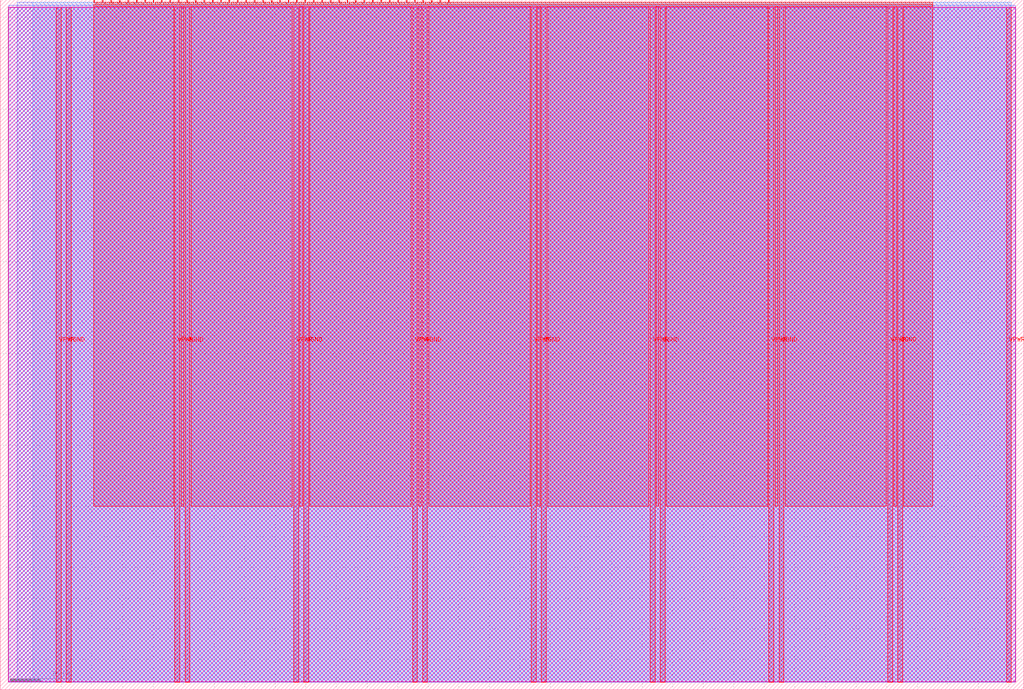
<source format=lef>
VERSION 5.7 ;
  NOWIREEXTENSIONATPIN ON ;
  DIVIDERCHAR "/" ;
  BUSBITCHARS "[]" ;
MACRO tt_um_sky130_as_sc_hs
  CLASS BLOCK ;
  FOREIGN tt_um_sky130_as_sc_hs ;
  ORIGIN 0.000 0.000 ;
  SIZE 334.880 BY 225.760 ;
  PIN VGND
    DIRECTION INOUT ;
    USE GROUND ;
    PORT
      LAYER met4 ;
        RECT 21.580 2.480 23.180 223.280 ;
    END
    PORT
      LAYER met4 ;
        RECT 60.450 2.480 62.050 223.280 ;
    END
    PORT
      LAYER met4 ;
        RECT 99.320 2.480 100.920 223.280 ;
    END
    PORT
      LAYER met4 ;
        RECT 138.190 2.480 139.790 223.280 ;
    END
    PORT
      LAYER met4 ;
        RECT 177.060 2.480 178.660 223.280 ;
    END
    PORT
      LAYER met4 ;
        RECT 215.930 2.480 217.530 223.280 ;
    END
    PORT
      LAYER met4 ;
        RECT 254.800 2.480 256.400 223.280 ;
    END
    PORT
      LAYER met4 ;
        RECT 293.670 2.480 295.270 223.280 ;
    END
  END VGND
  PIN VPWR
    DIRECTION INOUT ;
    USE POWER ;
    PORT
      LAYER met4 ;
        RECT 18.280 2.480 19.880 223.280 ;
    END
    PORT
      LAYER met4 ;
        RECT 57.150 2.480 58.750 223.280 ;
    END
    PORT
      LAYER met4 ;
        RECT 96.020 2.480 97.620 223.280 ;
    END
    PORT
      LAYER met4 ;
        RECT 134.890 2.480 136.490 223.280 ;
    END
    PORT
      LAYER met4 ;
        RECT 173.760 2.480 175.360 223.280 ;
    END
    PORT
      LAYER met4 ;
        RECT 212.630 2.480 214.230 223.280 ;
    END
    PORT
      LAYER met4 ;
        RECT 251.500 2.480 253.100 223.280 ;
    END
    PORT
      LAYER met4 ;
        RECT 290.370 2.480 291.970 223.280 ;
    END
    PORT
      LAYER met4 ;
        RECT 329.240 2.480 330.840 223.280 ;
    END
  END VPWR
  PIN clk
    DIRECTION INPUT ;
    USE SIGNAL ;
    ANTENNAGATEAREA 0.855000 ;
    PORT
      LAYER met4 ;
        RECT 143.830 224.760 144.130 225.760 ;
    END
  END clk
  PIN ena
    DIRECTION INPUT ;
    USE SIGNAL ;
    PORT
      LAYER met4 ;
        RECT 146.590 224.760 146.890 225.760 ;
    END
  END ena
  PIN rst_n
    DIRECTION INPUT ;
    USE SIGNAL ;
    ANTENNAGATEAREA 0.246000 ;
    PORT
      LAYER met4 ;
        RECT 141.070 224.760 141.370 225.760 ;
    END
  END rst_n
  PIN ui_in[0]
    DIRECTION INPUT ;
    USE SIGNAL ;
    ANTENNAGATEAREA 0.246000 ;
    PORT
      LAYER met4 ;
        RECT 138.310 224.760 138.610 225.760 ;
    END
  END ui_in[0]
  PIN ui_in[1]
    DIRECTION INPUT ;
    USE SIGNAL ;
    ANTENNAGATEAREA 0.246000 ;
    PORT
      LAYER met4 ;
        RECT 135.550 224.760 135.850 225.760 ;
    END
  END ui_in[1]
  PIN ui_in[2]
    DIRECTION INPUT ;
    USE SIGNAL ;
    ANTENNAGATEAREA 0.246000 ;
    PORT
      LAYER met4 ;
        RECT 132.790 224.760 133.090 225.760 ;
    END
  END ui_in[2]
  PIN ui_in[3]
    DIRECTION INPUT ;
    USE SIGNAL ;
    ANTENNAGATEAREA 0.246000 ;
    PORT
      LAYER met4 ;
        RECT 130.030 224.760 130.330 225.760 ;
    END
  END ui_in[3]
  PIN ui_in[4]
    DIRECTION INPUT ;
    USE SIGNAL ;
    ANTENNAGATEAREA 0.246000 ;
    PORT
      LAYER met4 ;
        RECT 127.270 224.760 127.570 225.760 ;
    END
  END ui_in[4]
  PIN ui_in[5]
    DIRECTION INPUT ;
    USE SIGNAL ;
    ANTENNAGATEAREA 0.246000 ;
    PORT
      LAYER met4 ;
        RECT 124.510 224.760 124.810 225.760 ;
    END
  END ui_in[5]
  PIN ui_in[6]
    DIRECTION INPUT ;
    USE SIGNAL ;
    ANTENNAGATEAREA 0.246000 ;
    PORT
      LAYER met4 ;
        RECT 121.750 224.760 122.050 225.760 ;
    END
  END ui_in[6]
  PIN ui_in[7]
    DIRECTION INPUT ;
    USE SIGNAL ;
    ANTENNAGATEAREA 0.246000 ;
    PORT
      LAYER met4 ;
        RECT 118.990 224.760 119.290 225.760 ;
    END
  END ui_in[7]
  PIN uio_in[0]
    DIRECTION INPUT ;
    USE SIGNAL ;
    ANTENNAGATEAREA 0.246000 ;
    PORT
      LAYER met4 ;
        RECT 116.230 224.760 116.530 225.760 ;
    END
  END uio_in[0]
  PIN uio_in[1]
    DIRECTION INPUT ;
    USE SIGNAL ;
    ANTENNAGATEAREA 0.246000 ;
    PORT
      LAYER met4 ;
        RECT 113.470 224.760 113.770 225.760 ;
    END
  END uio_in[1]
  PIN uio_in[2]
    DIRECTION INPUT ;
    USE SIGNAL ;
    ANTENNAGATEAREA 0.246000 ;
    PORT
      LAYER met4 ;
        RECT 110.710 224.760 111.010 225.760 ;
    END
  END uio_in[2]
  PIN uio_in[3]
    DIRECTION INPUT ;
    USE SIGNAL ;
    ANTENNAGATEAREA 0.246000 ;
    PORT
      LAYER met4 ;
        RECT 107.950 224.760 108.250 225.760 ;
    END
  END uio_in[3]
  PIN uio_in[4]
    DIRECTION INPUT ;
    USE SIGNAL ;
    ANTENNAGATEAREA 0.246000 ;
    PORT
      LAYER met4 ;
        RECT 105.190 224.760 105.490 225.760 ;
    END
  END uio_in[4]
  PIN uio_in[5]
    DIRECTION INPUT ;
    USE SIGNAL ;
    ANTENNAGATEAREA 0.246000 ;
    PORT
      LAYER met4 ;
        RECT 102.430 224.760 102.730 225.760 ;
    END
  END uio_in[5]
  PIN uio_in[6]
    DIRECTION INPUT ;
    USE SIGNAL ;
    ANTENNAGATEAREA 0.246000 ;
    PORT
      LAYER met4 ;
        RECT 99.670 224.760 99.970 225.760 ;
    END
  END uio_in[6]
  PIN uio_in[7]
    DIRECTION INPUT ;
    USE SIGNAL ;
    PORT
      LAYER met4 ;
        RECT 96.910 224.760 97.210 225.760 ;
    END
  END uio_in[7]
  PIN uio_oe[0]
    DIRECTION OUTPUT ;
    USE SIGNAL ;
    ANTENNAGATEAREA 0.492000 ;
    ANTENNADIFFAREA 0.918400 ;
    PORT
      LAYER met4 ;
        RECT 49.990 224.760 50.290 225.760 ;
    END
  END uio_oe[0]
  PIN uio_oe[1]
    DIRECTION OUTPUT ;
    USE SIGNAL ;
    ANTENNAGATEAREA 0.492000 ;
    ANTENNADIFFAREA 0.918400 ;
    PORT
      LAYER met4 ;
        RECT 47.230 224.760 47.530 225.760 ;
    END
  END uio_oe[1]
  PIN uio_oe[2]
    DIRECTION OUTPUT ;
    USE SIGNAL ;
    ANTENNAGATEAREA 0.492000 ;
    ANTENNADIFFAREA 0.918400 ;
    PORT
      LAYER met4 ;
        RECT 44.470 224.760 44.770 225.760 ;
    END
  END uio_oe[2]
  PIN uio_oe[3]
    DIRECTION OUTPUT ;
    USE SIGNAL ;
    ANTENNAGATEAREA 0.492000 ;
    ANTENNADIFFAREA 0.918400 ;
    PORT
      LAYER met4 ;
        RECT 41.710 224.760 42.010 225.760 ;
    END
  END uio_oe[3]
  PIN uio_oe[4]
    DIRECTION OUTPUT ;
    USE SIGNAL ;
    ANTENNAGATEAREA 0.492000 ;
    ANTENNADIFFAREA 0.918400 ;
    PORT
      LAYER met4 ;
        RECT 38.950 224.760 39.250 225.760 ;
    END
  END uio_oe[4]
  PIN uio_oe[5]
    DIRECTION OUTPUT ;
    USE SIGNAL ;
    ANTENNAGATEAREA 0.492000 ;
    ANTENNADIFFAREA 0.918400 ;
    PORT
      LAYER met4 ;
        RECT 36.190 224.760 36.490 225.760 ;
    END
  END uio_oe[5]
  PIN uio_oe[6]
    DIRECTION OUTPUT ;
    USE SIGNAL ;
    PORT
      LAYER met4 ;
        RECT 33.430 224.760 33.730 225.760 ;
    END
  END uio_oe[6]
  PIN uio_oe[7]
    DIRECTION OUTPUT ;
    USE SIGNAL ;
    PORT
      LAYER met4 ;
        RECT 30.670 224.760 30.970 225.760 ;
    END
  END uio_oe[7]
  PIN uio_out[0]
    DIRECTION OUTPUT ;
    USE SIGNAL ;
    ANTENNAGATEAREA 0.492000 ;
    ANTENNADIFFAREA 0.918400 ;
    PORT
      LAYER met4 ;
        RECT 72.070 224.760 72.370 225.760 ;
    END
  END uio_out[0]
  PIN uio_out[1]
    DIRECTION OUTPUT ;
    USE SIGNAL ;
    ANTENNAGATEAREA 0.492000 ;
    ANTENNADIFFAREA 0.918400 ;
    PORT
      LAYER met4 ;
        RECT 69.310 224.760 69.610 225.760 ;
    END
  END uio_out[1]
  PIN uio_out[2]
    DIRECTION OUTPUT ;
    USE SIGNAL ;
    ANTENNAGATEAREA 0.492000 ;
    ANTENNADIFFAREA 0.918400 ;
    PORT
      LAYER met4 ;
        RECT 66.550 224.760 66.850 225.760 ;
    END
  END uio_out[2]
  PIN uio_out[3]
    DIRECTION OUTPUT ;
    USE SIGNAL ;
    ANTENNAGATEAREA 0.492000 ;
    ANTENNADIFFAREA 0.918400 ;
    PORT
      LAYER met4 ;
        RECT 63.790 224.760 64.090 225.760 ;
    END
  END uio_out[3]
  PIN uio_out[4]
    DIRECTION OUTPUT ;
    USE SIGNAL ;
    ANTENNAGATEAREA 0.492000 ;
    ANTENNADIFFAREA 0.918400 ;
    PORT
      LAYER met4 ;
        RECT 61.030 224.760 61.330 225.760 ;
    END
  END uio_out[4]
  PIN uio_out[5]
    DIRECTION OUTPUT ;
    USE SIGNAL ;
    ANTENNAGATEAREA 0.492000 ;
    ANTENNADIFFAREA 0.918400 ;
    PORT
      LAYER met4 ;
        RECT 58.270 224.760 58.570 225.760 ;
    END
  END uio_out[5]
  PIN uio_out[6]
    DIRECTION OUTPUT ;
    USE SIGNAL ;
    PORT
      LAYER met4 ;
        RECT 55.510 224.760 55.810 225.760 ;
    END
  END uio_out[6]
  PIN uio_out[7]
    DIRECTION OUTPUT ;
    USE SIGNAL ;
    ANTENNADIFFAREA 2.132000 ;
    PORT
      LAYER met4 ;
        RECT 52.750 224.760 53.050 225.760 ;
    END
  END uio_out[7]
  PIN uo_out[0]
    DIRECTION OUTPUT ;
    USE SIGNAL ;
    ANTENNAGATEAREA 0.492000 ;
    ANTENNADIFFAREA 0.918400 ;
    PORT
      LAYER met4 ;
        RECT 94.150 224.760 94.450 225.760 ;
    END
  END uo_out[0]
  PIN uo_out[1]
    DIRECTION OUTPUT ;
    USE SIGNAL ;
    ANTENNAGATEAREA 0.246000 ;
    ANTENNADIFFAREA 0.918400 ;
    PORT
      LAYER met4 ;
        RECT 91.390 224.760 91.690 225.760 ;
    END
  END uo_out[1]
  PIN uo_out[2]
    DIRECTION OUTPUT ;
    USE SIGNAL ;
    ANTENNAGATEAREA 0.492000 ;
    ANTENNADIFFAREA 0.918400 ;
    PORT
      LAYER met4 ;
        RECT 88.630 224.760 88.930 225.760 ;
    END
  END uo_out[2]
  PIN uo_out[3]
    DIRECTION OUTPUT ;
    USE SIGNAL ;
    ANTENNAGATEAREA 0.492000 ;
    ANTENNADIFFAREA 0.918400 ;
    PORT
      LAYER met4 ;
        RECT 85.870 224.760 86.170 225.760 ;
    END
  END uo_out[3]
  PIN uo_out[4]
    DIRECTION OUTPUT ;
    USE SIGNAL ;
    ANTENNAGATEAREA 0.492000 ;
    ANTENNADIFFAREA 0.918400 ;
    PORT
      LAYER met4 ;
        RECT 83.110 224.760 83.410 225.760 ;
    END
  END uo_out[4]
  PIN uo_out[5]
    DIRECTION OUTPUT ;
    USE SIGNAL ;
    ANTENNAGATEAREA 0.492000 ;
    ANTENNADIFFAREA 0.918400 ;
    PORT
      LAYER met4 ;
        RECT 80.350 224.760 80.650 225.760 ;
    END
  END uo_out[5]
  PIN uo_out[6]
    DIRECTION OUTPUT ;
    USE SIGNAL ;
    ANTENNADIFFAREA 2.132000 ;
    PORT
      LAYER met4 ;
        RECT 77.590 224.760 77.890 225.760 ;
    END
  END uo_out[6]
  PIN uo_out[7]
    DIRECTION OUTPUT ;
    USE SIGNAL ;
    ANTENNADIFFAREA 2.132000 ;
    PORT
      LAYER met4 ;
        RECT 74.830 224.760 75.130 225.760 ;
    END
  END uo_out[7]
  OBS
      LAYER nwell ;
        RECT 2.570 2.635 332.310 223.230 ;
      LAYER li1 ;
        RECT 2.760 2.635 332.120 223.130 ;
      LAYER met1 ;
        RECT 2.760 2.480 332.120 224.020 ;
      LAYER met2 ;
        RECT 5.620 2.535 330.810 224.925 ;
      LAYER met3 ;
        RECT 10.645 2.555 330.830 224.905 ;
      LAYER met4 ;
        RECT 31.370 224.360 33.030 224.905 ;
        RECT 34.130 224.360 35.790 224.905 ;
        RECT 36.890 224.360 38.550 224.905 ;
        RECT 39.650 224.360 41.310 224.905 ;
        RECT 42.410 224.360 44.070 224.905 ;
        RECT 45.170 224.360 46.830 224.905 ;
        RECT 47.930 224.360 49.590 224.905 ;
        RECT 50.690 224.360 52.350 224.905 ;
        RECT 53.450 224.360 55.110 224.905 ;
        RECT 56.210 224.360 57.870 224.905 ;
        RECT 58.970 224.360 60.630 224.905 ;
        RECT 61.730 224.360 63.390 224.905 ;
        RECT 64.490 224.360 66.150 224.905 ;
        RECT 67.250 224.360 68.910 224.905 ;
        RECT 70.010 224.360 71.670 224.905 ;
        RECT 72.770 224.360 74.430 224.905 ;
        RECT 75.530 224.360 77.190 224.905 ;
        RECT 78.290 224.360 79.950 224.905 ;
        RECT 81.050 224.360 82.710 224.905 ;
        RECT 83.810 224.360 85.470 224.905 ;
        RECT 86.570 224.360 88.230 224.905 ;
        RECT 89.330 224.360 90.990 224.905 ;
        RECT 92.090 224.360 93.750 224.905 ;
        RECT 94.850 224.360 96.510 224.905 ;
        RECT 97.610 224.360 99.270 224.905 ;
        RECT 100.370 224.360 102.030 224.905 ;
        RECT 103.130 224.360 104.790 224.905 ;
        RECT 105.890 224.360 107.550 224.905 ;
        RECT 108.650 224.360 110.310 224.905 ;
        RECT 111.410 224.360 113.070 224.905 ;
        RECT 114.170 224.360 115.830 224.905 ;
        RECT 116.930 224.360 118.590 224.905 ;
        RECT 119.690 224.360 121.350 224.905 ;
        RECT 122.450 224.360 124.110 224.905 ;
        RECT 125.210 224.360 126.870 224.905 ;
        RECT 127.970 224.360 129.630 224.905 ;
        RECT 130.730 224.360 132.390 224.905 ;
        RECT 133.490 224.360 135.150 224.905 ;
        RECT 136.250 224.360 137.910 224.905 ;
        RECT 139.010 224.360 140.670 224.905 ;
        RECT 141.770 224.360 143.430 224.905 ;
        RECT 144.530 224.360 146.190 224.905 ;
        RECT 147.290 224.360 305.145 224.905 ;
        RECT 30.655 223.680 305.145 224.360 ;
        RECT 30.655 60.015 56.750 223.680 ;
        RECT 59.150 60.015 60.050 223.680 ;
        RECT 62.450 60.015 95.620 223.680 ;
        RECT 98.020 60.015 98.920 223.680 ;
        RECT 101.320 60.015 134.490 223.680 ;
        RECT 136.890 60.015 137.790 223.680 ;
        RECT 140.190 60.015 173.360 223.680 ;
        RECT 175.760 60.015 176.660 223.680 ;
        RECT 179.060 60.015 212.230 223.680 ;
        RECT 214.630 60.015 215.530 223.680 ;
        RECT 217.930 60.015 251.100 223.680 ;
        RECT 253.500 60.015 254.400 223.680 ;
        RECT 256.800 60.015 289.970 223.680 ;
        RECT 292.370 60.015 293.270 223.680 ;
        RECT 295.670 60.015 305.145 223.680 ;
  END
END tt_um_sky130_as_sc_hs
END LIBRARY


</source>
